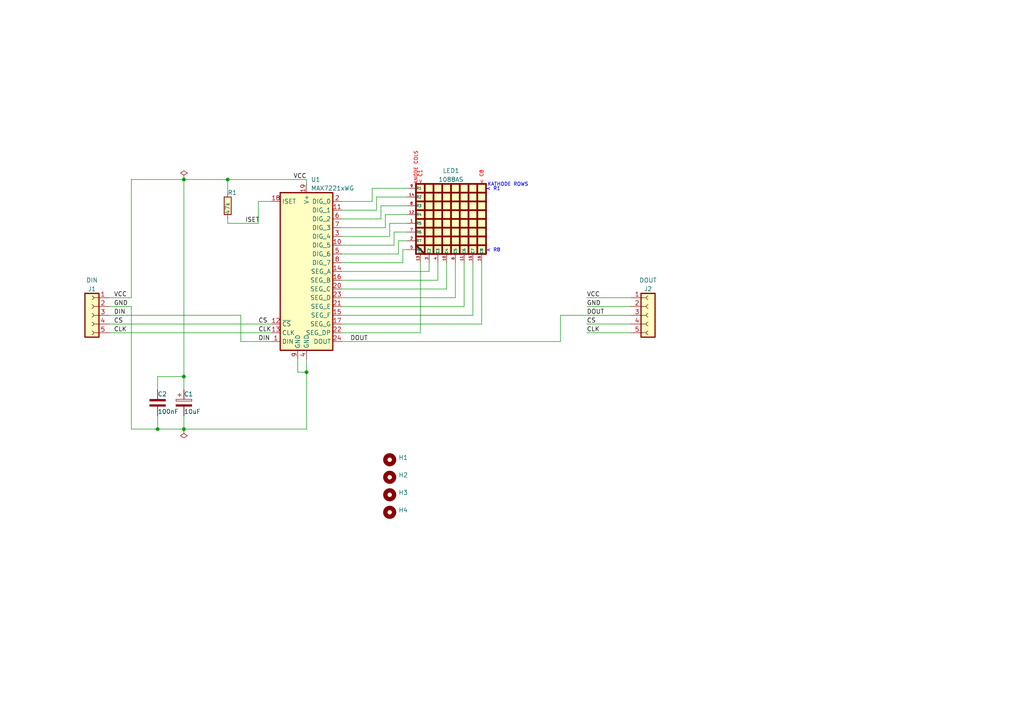
<source format=kicad_sch>
(kicad_sch (version 20230121) (generator eeschema)
  (paper "A4")
  (title_block (title "MAX7219 FC-16 8x8 LED Module") (date "2023-05-05") (rev "v1") (company "Maker's Asylum"))
  (lib_symbols
    (symbol "FC-16:8x8LED_1088" (pin_names (offset 0.002))
      (property "Reference" "LED1" (at 12.7 5.08 0))
      (property "Value" "1088AS" (at 12.7 2.54 0))
      (symbol "8x8LED_1088_1_1"
        (polyline (pts (xy 2.54 -16.51) (xy 5.08 -19.05)) (stroke (width 0.508)))
        (polyline (pts (xy 2.54 -16.51) (xy 22.86 -16.51)) (stroke (width 0.508)))
        (polyline (pts (xy 2.54 -13.97) (xy 22.86 -13.97)) (stroke (width 0.508)))
        (polyline (pts (xy 2.54 -11.43) (xy 22.86 -11.43)) (stroke (width 0.508)))
        (polyline (pts (xy 2.54 -8.89) (xy 22.86 -8.89)) (stroke (width 0.508)))
        (polyline (pts (xy 2.54 -6.35) (xy 22.86 -6.35)) (stroke (width 0.508)))
        (polyline (pts (xy 2.54 -3.81) (xy 22.86 -3.81)) (stroke (width 0.508)))
        (polyline (pts (xy 2.54 -1.27) (xy 22.86 -1.27)) (stroke (width 0.508)))
        (polyline (pts (xy 5.08 -19.05) (xy 5.08 1.27)) (stroke (width 0.508)))
        (polyline (pts (xy 7.62 -19.05) (xy 7.62 1.27)) (stroke (width 0.508)))
        (polyline (pts (xy 10.16 -19.05) (xy 10.16 1.27)) (stroke (width 0.508)))
        (polyline (pts (xy 12.7 -19.05) (xy 12.7 1.27)) (stroke (width 0.508)))
        (polyline (pts (xy 15.24 -19.05) (xy 15.24 1.27)) (stroke (width 0.508)))
        (polyline (pts (xy 17.78 -19.05) (xy 17.78 1.27)) (stroke (width 0.508)))
        (polyline (pts (xy 20.32 -19.05) (xy 20.32 1.27)) (stroke (width 0.508)))
        (rectangle (start 2.54 1.27) (end 22.86 -19.05) (stroke (width 0.508)) (fill (type background)))
        (text "< C1" (at 3.81 1.27 900) (effects (font (size 1.016 1.016)) (justify left)))
        (text "< C8" (at 21.59 1.27 900) (effects (font (size 1.016 1.016)) (justify left)))
        (text "< R1" (at 22.86 0 0) (effects (font (size 1.016 1.016)) (justify left)))
        (text "< R8" (at 22.86 -17.78 0) (effects (font (size 1.016 1.016)) (justify left)))
        (text "ANODE COLS" (at 2.54 1.27 900) (effects (font (size 1.016 1.016)) (justify left)))
        (text "KATHODE ROWS" (at 29.21 1.27 0) (effects (font (size 1.016 1.016))))
        (pin passive line (at 0 -10.16 0) (length 2.54) (name "R5") (number "1"))
        (pin passive line (at 11.43 -21.59 90) (length 2.54) (name "C4") (number "10"))
        (pin passive line (at 16.51 -21.59 90) (length 2.54) (name "C6") (number "11"))
        (pin passive line (at 0 -7.62 0) (length 2.54) (name "R4") (number "12"))
        (pin passive line (at 3.81 -21.59 90) (length 2.54) (name "C1") (number "13"))
        (pin passive line (at 0 -2.54 0) (length 2.54) (name "R2") (number "14"))
        (pin passive line (at 19.05 -21.59 90) (length 2.54) (name "C7") (number "15"))
        (pin passive line (at 21.59 -21.59 90) (length 2.54) (name "C8") (number "16"))
        (pin passive line (at 0 -15.24 0) (length 2.54) (name "R7") (number "2"))
        (pin passive line (at 6.35 -21.59 90) (length 2.54) (name "C2") (number "3"))
        (pin passive line (at 8.89 -21.59 90) (length 2.54) (name "C3") (number "4"))
        (pin passive line (at 0 -17.78 0) (length 2.54) (name "R8") (number "5"))
        (pin passive line (at 13.97 -21.59 90) (length 2.54) (name "C5") (number "6"))
        (pin passive line (at 0 -12.7 0) (length 2.54) (name "R6") (number "7"))
        (pin passive line (at 0 -5.08 0) (length 2.54) (name "R3") (number "8"))
        (pin passive line (at 0 0 0) (length 2.54) (name "R1") (number "9"))
      )
    )
    (symbol "FC-16:C_NonPol" (pin_numbers hide) (pin_names (offset 0.254))
      (property "Reference" "C" (at 0.635 2.54 0))
      (property "Value" "C_Polarized" (at 0.635 -2.54 0))
      (symbol "C_NonPol_0_1"
        (rectangle (start 2.286 -0.508) (end -2.286 -1.016) (fill (type outline)))
      )
      (symbol "C_NonPol_1_1"
        (rectangle (start -2.286 1.016) (end 2.286 0.508) (fill (type outline)))
        (pin passive line (at 0 3.81 270) (length 2.794) (name "~") (number "1"))
        (pin passive line (at 0 -3.81 90) (length 2.794) (name "~") (number "2"))
      )
    )
    (symbol "FC-16:C_Polarized" (pin_numbers hide) (pin_names (offset 0.254))
      (property "Reference" "C" (at 0.635 2.54 0))
      (property "Value" "C_Polarized" (at 0.635 -2.54 0))
      (symbol "C_Polarized_0_1"
        (rectangle (start -2.286 0.508) (end 2.286 1.016))
        (polyline (pts (xy -1.778 2.286) (xy -0.762 2.286)))
        (polyline (pts (xy -1.27 2.794) (xy -1.27 1.778)))
        (rectangle (start 2.286 -0.508) (end -2.286 -1.016) (fill (type outline)))
      )
      (symbol "C_Polarized_1_1"
        (pin passive line (at 0 3.81 270) (length 2.794) (name "~") (number "1"))
        (pin passive line (at 0 -3.81 90) (length 2.794) (name "~") (number "2"))
      )
    )
    (symbol "FC-16:Conn_01x05_Socket" (pin_names (offset 1.016) hide)
      (property "Reference" "J" (at 0 7.62 0))
      (property "Value" "Conn_01x05_Socket" (at 0 -7.62 0))
      (symbol "Conn_01x05_Socket_1_1"
        (rectangle (start -2.032 6.35) (end 2.032 -6.35) (stroke (width 0.381)) (fill (type background)))
        (arc (start 0 -4.572) (mid -0.5058 -5.08) (end 0 -5.588) (stroke (width 0.1524)))
        (arc (start 0 -2.032) (mid -0.5058 -2.54) (end 0 -3.048) (stroke (width 0.1524)))
        (polyline (pts (xy -1.27 -5.08) (xy -0.508 -5.08)) (stroke (width 0.1524)))
        (polyline (pts (xy -1.27 -2.54) (xy -0.508 -2.54)) (stroke (width 0.1524)))
        (polyline (pts (xy -1.27 0) (xy -0.508 0)) (stroke (width 0.1524)))
        (polyline (pts (xy -1.27 2.54) (xy -0.508 2.54)) (stroke (width 0.1524)))
        (polyline (pts (xy -1.27 5.08) (xy -0.508 5.08)) (stroke (width 0.1524)))
        (arc (start 0 0.508) (mid -0.5058 0) (end 0 -0.508) (stroke (width 0.1524)))
        (arc (start 0 3.048) (mid -0.5058 2.54) (end 0 2.032) (stroke (width 0.1524)))
        (arc (start 0 5.588) (mid -0.5058 5.08) (end 0 4.572) (stroke (width 0.1524)))
        (pin passive line (at -5.08 5.08 0) (length 3.81) (name "Pin_1") (number "1"))
        (pin passive line (at -5.08 2.54 0) (length 3.81) (name "Pin_2") (number "2"))
        (pin passive line (at -5.08 0 0) (length 3.81) (name "Pin_3") (number "3"))
        (pin passive line (at -5.08 -2.54 0) (length 3.81) (name "Pin_4") (number "4"))
        (pin passive line (at -5.08 -5.08 0) (length 3.81) (name "Pin_5") (number "5"))
      )
    )
    (symbol "FC-16:MAX7221xWG"
      (property "Reference" "U1" (at 1.27 26.67 0))
      (property "Value" "MAX7221xWG" (at 1.27 24.13 0))
      (symbol "MAX7221xWG_1_1"
        (rectangle (start -7.62 22.86) (end 7.62 -22.86) (stroke (width 0.381)) (fill (type background)))
        (pin input line (at -10.16 -20.32 0) (length 2.54) (name "DIN") (number "1"))
        (pin open_collector line (at 10.16 7.62 180) (length 2.54) (name "DIG_5") (number "10"))
        (pin open_collector line (at 10.16 17.78 180) (length 2.54) (name "DIG_1") (number "11"))
        (pin input line (at -10.16 -15.24 0) (length 2.54) (name "~{CS}") (number "12"))
        (pin input line (at -10.16 -17.78 0) (length 2.54) (name "CLK") (number "13"))
        (pin open_emitter line (at 10.16 0 180) (length 2.54) (name "SEG_A") (number "14"))
        (pin open_emitter line (at 10.16 -12.7 180) (length 2.54) (name "SEG_F") (number "15"))
        (pin open_emitter line (at 10.16 -2.54 180) (length 2.54) (name "SEG_B") (number "16"))
        (pin open_emitter line (at 10.16 -15.24 180) (length 2.54) (name "SEG_G") (number "17"))
        (pin input line (at -10.16 20.32 0) (length 2.54) (name "ISET") (number "18"))
        (pin power_in line (at 0 25.4 270) (length 2.54) (name "V+") (number "19"))
        (pin open_collector line (at 10.16 20.32 180) (length 2.54) (name "DIG_0") (number "2"))
        (pin open_emitter line (at 10.16 -5.08 180) (length 2.54) (name "SEG_C") (number "20"))
        (pin open_emitter line (at 10.16 -10.16 180) (length 2.54) (name "SEG_E") (number "21"))
        (pin open_emitter line (at 10.16 -17.78 180) (length 2.54) (name "SEG_DP") (number "22"))
        (pin open_emitter line (at 10.16 -7.62 180) (length 2.54) (name "SEG_D") (number "23"))
        (pin output line (at 10.16 -20.32 180) (length 2.54) (name "DOUT") (number "24"))
        (pin open_collector line (at 10.16 10.16 180) (length 2.54) (name "DIG_4") (number "3"))
        (pin power_in line (at 0 -25.4 90) (length 2.54) (name "GND") (number "4"))
        (pin open_collector line (at 10.16 5.08 180) (length 2.54) (name "DIG_6") (number "5"))
        (pin open_collector line (at 10.16 15.24 180) (length 2.54) (name "DIG_2") (number "6"))
        (pin open_collector line (at 10.16 12.7 180) (length 2.54) (name "DIG_3") (number "7"))
        (pin open_collector line (at 10.16 2.54 180) (length 2.54) (name "DIG_7") (number "8"))
        (pin passive line (at -2.54 -25.4 90) (length 2.54) (name "GND") (number "9"))
      )
    )
    (symbol "FC-16:MountingHole" (pin_names (offset 1.016))
      (property "Reference" "H" (at 0 5.08 0))
      (property "Value" "MountingHole" (at 0 3.175 0))
      (symbol "MountingHole_0_1"
        (circle (center 0 0) (radius 1.27) (stroke (width 1.27)))
      )
    )
    (symbol "FC-16:R" (pin_numbers hide) (pin_names (offset 0))
      (property "Reference" "R" (at 2.032 0 90))
      (property "Value" "R" (at 0 0 90))
      (symbol "R_1_1"
        (rectangle (start -1.016 2.54) (end 1.016 -2.54) (stroke (width 0.254)) (fill (type background)))
        (pin passive line (at 0 3.81 270) (length 1.27) (name "~") (number "1"))
        (pin passive line (at 0 -3.81 90) (length 1.27) (name "~") (number "2"))
      )
    )
    (symbol "power:PWR_FLAG" (power) (pin_numbers hide) (pin_names (offset 0) hide)
      (property "Value" "PWR_FLAG" (at 0 3.81 0))
      (symbol "PWR_FLAG_0_0"
        (pin power_out line (at 0 0 90) (length 0) (name "pwr") (number "1"))
      )
      (symbol "PWR_FLAG_0_1"
        (polyline (pts (xy 0 0) (xy 0 1.27) (xy -1.016 1.905) (xy 0 2.54) (xy 1.016 1.905) (xy 0 1.27)))
      )
    )
  )
  (junction (at 45.72 124.46))
  (junction (at 66.04 52.07))
  (junction (at 53.34 124.46))
  (junction (at 53.34 109.22))
  (junction (at 53.34 52.07))
  (junction (at 88.9 107.95))
  (wire (pts (xy 66.04 52.07) (xy 88.9 52.07)))
  (wire (pts (xy 99.06 99.06) (xy 162.56 99.06)))
  (wire (pts (xy 109.22 57.15) (xy 109.22 60.96)))
  (wire (pts (xy 162.56 91.44) (xy 182.88 91.44)))
  (wire (pts (xy 31.75 86.36) (xy 38.1 86.36)))
  (wire (pts (xy 66.04 64.77) (xy 66.04 63.5)))
  (wire (pts (xy 124.46 78.74) (xy 124.46 76.2)))
  (wire (pts (xy 69.85 99.06) (xy 78.74 99.06)))
  (wire (pts (xy 74.93 58.42) (xy 74.93 64.77)))
  (wire (pts (xy 88.9 52.07) (xy 88.9 53.34)))
  (wire (pts (xy 31.75 96.52) (xy 78.74 96.52)))
  (wire (pts (xy 113.03 64.77) (xy 118.11 64.77)))
  (wire (pts (xy 38.1 86.36) (xy 38.1 52.07)))
  (wire (pts (xy 114.3 67.31) (xy 118.11 67.31)))
  (wire (pts (xy 99.06 83.82) (xy 129.54 83.82)))
  (wire (pts (xy 110.49 59.69) (xy 110.49 63.5)))
  (wire (pts (xy 53.34 109.22) (xy 53.34 52.07)))
  (wire (pts (xy 121.92 96.52) (xy 121.92 76.2)))
  (wire (pts (xy 99.06 88.9) (xy 134.62 88.9)))
  (wire (pts (xy 109.22 60.96) (xy 99.06 60.96)))
  (wire (pts (xy 38.1 88.9) (xy 38.1 124.46)))
  (wire (pts (xy 99.06 91.44) (xy 137.16 91.44)))
  (wire (pts (xy 109.22 57.15) (xy 118.11 57.15)))
  (wire (pts (xy 170.18 96.52) (xy 182.88 96.52)))
  (wire (pts (xy 88.9 107.95) (xy 88.9 104.14)))
  (wire (pts (xy 111.76 66.04) (xy 99.06 66.04)))
  (wire (pts (xy 69.85 91.44) (xy 69.85 99.06)))
  (wire (pts (xy 38.1 52.07) (xy 53.34 52.07)))
  (wire (pts (xy 99.06 86.36) (xy 132.08 86.36)))
  (wire (pts (xy 113.03 68.58) (xy 99.06 68.58)))
  (wire (pts (xy 114.3 67.31) (xy 114.3 71.12)))
  (wire (pts (xy 38.1 124.46) (xy 45.72 124.46)))
  (wire (pts (xy 110.49 59.69) (xy 118.11 59.69)))
  (wire (pts (xy 31.75 93.98) (xy 78.74 93.98)))
  (wire (pts (xy 162.56 99.06) (xy 162.56 91.44)))
  (wire (pts (xy 53.34 124.46) (xy 88.9 124.46)))
  (wire (pts (xy 66.04 55.88) (xy 66.04 52.07)))
  (wire (pts (xy 99.06 96.52) (xy 121.92 96.52)))
  (wire (pts (xy 127 81.28) (xy 127 76.2)))
  (wire (pts (xy 134.62 88.9) (xy 134.62 76.2)))
  (wire (pts (xy 45.72 120.65) (xy 45.72 124.46)))
  (wire (pts (xy 78.74 58.42) (xy 74.93 58.42)))
  (wire (pts (xy 113.03 64.77) (xy 113.03 68.58)))
  (wire (pts (xy 45.72 109.22) (xy 53.34 109.22)))
  (wire (pts (xy 115.57 73.66) (xy 99.06 73.66)))
  (wire (pts (xy 45.72 124.46) (xy 53.34 124.46)))
  (wire (pts (xy 99.06 78.74) (xy 124.46 78.74)))
  (wire (pts (xy 107.95 58.42) (xy 99.06 58.42)))
  (wire (pts (xy 114.3 71.12) (xy 99.06 71.12)))
  (wire (pts (xy 116.84 72.39) (xy 118.11 72.39)))
  (wire (pts (xy 86.36 107.95) (xy 88.9 107.95)))
  (wire (pts (xy 107.95 54.61) (xy 118.11 54.61)))
  (wire (pts (xy 116.84 76.2) (xy 99.06 76.2)))
  (wire (pts (xy 116.84 72.39) (xy 116.84 76.2)))
  (wire (pts (xy 132.08 86.36) (xy 132.08 76.2)))
  (wire (pts (xy 31.75 88.9) (xy 38.1 88.9)))
  (wire (pts (xy 115.57 69.85) (xy 118.11 69.85)))
  (wire (pts (xy 53.34 120.65) (xy 53.34 124.46)))
  (wire (pts (xy 111.76 62.23) (xy 111.76 66.04)))
  (wire (pts (xy 53.34 52.07) (xy 66.04 52.07)))
  (wire (pts (xy 115.57 69.85) (xy 115.57 73.66)))
  (wire (pts (xy 170.18 88.9) (xy 182.88 88.9)))
  (wire (pts (xy 170.18 86.36) (xy 182.88 86.36)))
  (wire (pts (xy 31.75 91.44) (xy 69.85 91.44)))
  (wire (pts (xy 88.9 124.46) (xy 88.9 107.95)))
  (wire (pts (xy 110.49 63.5) (xy 99.06 63.5)))
  (wire (pts (xy 99.06 93.98) (xy 139.7 93.98)))
  (wire (pts (xy 107.95 54.61) (xy 107.95 58.42)))
  (wire (pts (xy 111.76 62.23) (xy 118.11 62.23)))
  (wire (pts (xy 139.7 93.98) (xy 139.7 76.2)))
  (wire (pts (xy 86.36 104.14) (xy 86.36 107.95)))
  (wire (pts (xy 170.18 93.98) (xy 182.88 93.98)))
  (wire (pts (xy 45.72 113.03) (xy 45.72 109.22)))
  (wire (pts (xy 137.16 91.44) (xy 137.16 76.2)))
  (wire (pts (xy 74.93 64.77) (xy 66.04 64.77)))
  (wire (pts (xy 99.06 81.28) (xy 127 81.28)))
  (wire (pts (xy 129.54 83.82) (xy 129.54 76.2)))
  (wire (pts (xy 53.34 113.03) (xy 53.34 109.22)))
  (label "DIN" (at 33.02 91.44 0))
  (label "DOUT" (at 170.18 91.44 0))
  (label "ISET" (at 71.12 64.77 0))
  (label "CLK" (at 33.02 96.52 0))
  (label "GND" (at 170.18 88.9 0))
  (label "VCC" (at 170.18 86.36 0))
  (label "DOUT" (at 101.6 99.06 0))
  (label "DIN" (at 74.93 99.06 0))
  (label "VCC" (at 85.09 52.07 0))
  (label "CS" (at 74.93 93.98 0))
  (label "CS" (at 33.02 93.98 0))
  (label "CS" (at 170.18 93.98 0))
  (label "CLK" (at 74.93 96.52 0))
  (label "CLK" (at 170.18 96.52 0))
  (label "VCC" (at 33.02 86.36 0))
  (label "GND" (at 33.02 88.9 0))
  (symbol (lib_id "FC-16:C_Polarized") (at 53.34 116.84 0) (unit 1)
    (property "Reference" "C1" (at 53.34 114.3 0) (effects (justify left)))
    (property "Value" "10uF" (at 53.34 119.38 0) (effects (justify left)))
    (property "Footprint" "FC-16:C_0805_2012Metric" (effects hide))
  )
  (symbol (lib_id "FC-16:Conn_01x05_Socket") (at 187.96 91.44 0) (unit 1)
    (property "Reference" "J2" (at 187.96 83.82 0))
    (property "Value" "DOUT" (at 187.96 81.28 0))
    (property "Footprint" "FC-16:PinSocket_1x05_P2.54mm_Vertical" (effects hide))
  )
  (symbol (lib_id "FC-16:MAX7221xWG") (at 88.9 78.74 0) (unit 1)
    (property "Reference" "U1" (at 90.17 52.07 0) (effects (justify left)))
    (property "Value" "MAX7221xWG" (at 90.17 54.61 0) (effects (justify left)))
    (property "Footprint" "FC-16:SOIC-24W_7.5x15.4mm_P1.27mm" (effects hide))
    (property "Datasheet" "https://datasheets.maximintegrated.com/en/ds/MAX7219-MAX7221.pdf" (effects hide))
  )
  (symbol (lib_id "FC-16:MountingHole") (at 113.03 143.51 0) (unit 1)
    (property "Reference" "H3" (at 115.57 142.875 0) (effects (justify left)))
    (property "Value" "MountingHole" (effects hide))
    (property "Footprint" "FC-16:MountingHole_2.1mm" (effects hide))
  )
  (symbol (lib_id "FC-16:R") (at 66.04 59.69 0) (unit 1)
    (property "Reference" "R1" (at 66.04 55.88 0) (effects (justify left)))
    (property "Value" "47k" (at 66.04 62.23 90) (effects (justify left)))
    (property "Footprint" "FC-16:R_0805_2012Metric" (effects hide))
  )
  (symbol (lib_id "FC-16:Conn_01x05_Socket") (at 26.67 91.44 0) (mirror y) (unit 1)
    (property "Reference" "J1" (at 26.67 83.82 0))
    (property "Value" "DIN" (at 26.67 81.28 0))
    (property "Footprint" "FC-16:PinSocket_1x05_P2.54mm_Vertical" (effects hide))
  )
  (symbol (lib_id "FC-16:MountingHole") (at 113.03 148.59 0) (unit 1)
    (property "Reference" "H4" (at 115.57 147.955 0) (effects (justify left)))
    (property "Value" "MountingHole" (effects hide))
    (property "Footprint" "FC-16:MountingHole_2.1mm" (effects hide))
  )
  (symbol (lib_id "FC-16:C_NonPol") (at 45.72 116.84 0) (unit 1)
    (property "Reference" "C2" (at 45.72 114.3 0) (effects (justify left)))
    (property "Value" "100nF" (at 45.72 119.38 0) (effects (justify left)))
    (property "Footprint" "FC-16:C_0805_2012Metric" (effects hide))
  )
  (symbol (lib_id "FC-16:MountingHole") (at 113.03 138.43 0) (unit 1)
    (property "Reference" "H2" (at 115.57 137.795 0) (effects (justify left)))
    (property "Value" "MountingHole" (effects hide))
    (property "Footprint" "FC-16:MountingHole_2.1mm" (effects hide))
  )
  (symbol (lib_id "FC-16:8x8LED_1088") (at 118.11 54.61 0) (unit 1)
    (property "Reference" "LED1" (at 130.81 49.53 0))
    (property "Value" "1088AS" (at 130.81 52.07 0))
    (property "Footprint" "FC-16:8x8_LED_M1088ASR" (effects hide))
  )
  (symbol (lib_id "power:PWR_FLAG") (at 53.34 52.07 0) (unit 1)
    (property "Reference" "#FLG02" (effects hide))
    (property "Value" "PWR_FLAG" (effects hide))
  )
  (symbol (lib_id "power:PWR_FLAG") (at 53.34 124.46 180) (unit 1)
    (property "Reference" "#FLG01" (effects hide))
    (property "Value" "PWR_FLAG" (effects hide))
  )
  (symbol (lib_id "FC-16:MountingHole") (at 113.03 133.35 0) (unit 1)
    (property "Reference" "H1" (at 115.57 132.715 0) (effects (justify left)))
    (property "Value" "MountingHole" (effects hide))
    (property "Footprint" "FC-16:MountingHole_2.1mm" (effects hide))
  )
)
</source>
